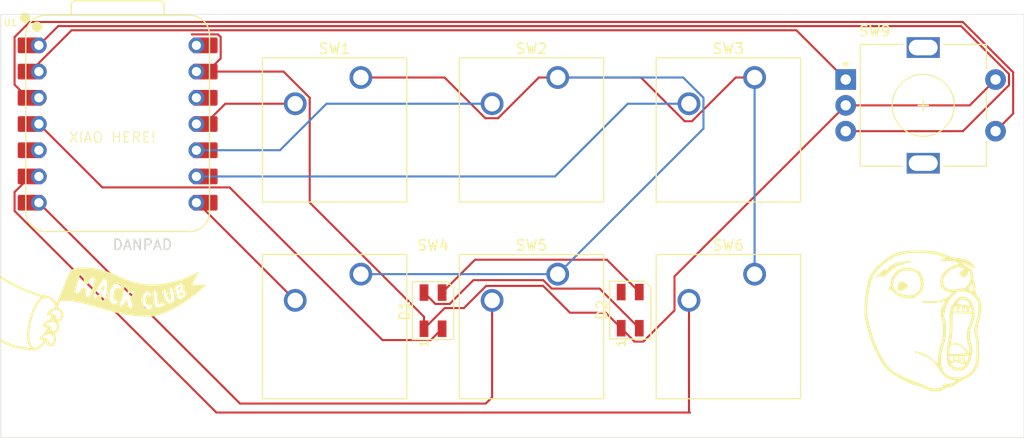
<source format=kicad_pcb>
(kicad_pcb (version 20241229) (generator "pcbnew") (generator_version "9.0")
  (layers (0 "F.Cu" signal) (2 "B.Cu" signal) (13 "F.Paste" user) (15 "B.Paste" user) (5 "F.SilkS" user "F.Silkscreen") (7 "B.SilkS" user "B.Silkscreen") (1 "F.Mask" user) (3 "B.Mask" user) (25 "Edge.Cuts" user))
  (net 0 "")
  (net 1 "Net-(U1-GPIO1{slash}RX)")
  (net 2 "GND")
  (net 3 "Net-(U1-GPIO2{slash}SCK)")
  (net 4 "Net-(U1-GPIO4{slash}MISO)")
  (net 5 "Net-(U1-GPIO3{slash}MOSI)")
  (net 6 "+5V")
  (net 8 "Net-(U1-GPIO0{slash}TX)")
  (net 9 "Net-(U1-GPIO7{slash}SCL)")
  (net 10 "Net-(D1-DIN)")
  (net 11 "Net-(D1-DOUT)")
  (net 14 "Net-(U1-GPIO27{slash}ADC1{slash}A1)")
  (net 15 "Net-(SW1-Pad1)")
  (net 16 "Net-(U1-GPIO26{slash}ADC0{slash}A0)")
  (net 17 "Net-(U1-GPIO28{slash}ADC2{slash}A2)")
  (footprint "Button_Switch_Keyboard:SW_Cherry_MX_1.00u_PCB" (layer "F.Cu") (at 108.615 21.11375)
    (property "Reference" "SW3" (at -2.54 -2.794 0) (layer "F.SilkS"))
    (property "Value" "SW_Push")
    (pad "" np_thru_hole circle (at -7.62 5.08) (size 1.7 1.7) (drill 1.7) (layers "*.Cu" "*.Mask"))
    (pad "" np_thru_hole circle (at -2.54 5.08) (size 4 4) (drill 4) (layers "*.Cu" "*.Mask"))
    (pad "" np_thru_hole circle (at 2.54 5.08) (size 1.7 1.7) (drill 1.7) (layers "*.Cu" "*.Mask"))
    (pad "1" thru_hole circle (at 0 0) (size 2.2 2.2) (drill 1.5) (layers "*.Cu" "*.Mask") (net 15 "Net-(SW1-Pad1)"))
    (pad "2" thru_hole circle (at -6.35 2.54) (size 2.2 2.2) (drill 1.5) (layers "*.Cu" "*.Mask") (net 3 "Net-(U1-GPIO2{slash}SCK)"))
  )
  (footprint "Button_Switch_Keyboard:SW_Cherry_MX_1.00u_PCB" (layer "F.Cu") (at 108.615 40.16375)
    (property "Reference" "SW6" (at -2.54 -2.794 0) (layer "F.SilkS"))
    (property "Value" "SW_Push")
    (pad "" np_thru_hole circle (at -7.62 5.08) (size 1.7 1.7) (drill 1.7) (layers "*.Cu" "*.Mask"))
    (pad "" np_thru_hole circle (at -2.54 5.08) (size 4 4) (drill 4) (layers "*.Cu" "*.Mask"))
    (pad "" np_thru_hole circle (at 2.54 5.08) (size 1.7 1.7) (drill 1.7) (layers "*.Cu" "*.Mask"))
    (pad "1" thru_hole circle (at 0 0) (size 2.2 2.2) (drill 1.5) (layers "*.Cu" "*.Mask") (net 15 "Net-(SW1-Pad1)"))
    (pad "2" thru_hole circle (at -6.35 2.54) (size 2.2 2.2) (drill 1.5) (layers "*.Cu" "*.Mask") (net 9 "Net-(U1-GPIO7{slash}SCL)"))
  )
  (footprint "Seeed Studio XIAO Series Library:XIAO-RP2040-DIP" (layer "F.Cu") (at 46.98 25.62)
    (property "Reference" "U1" (at -10.38 -9.82 0) (layer "F.SilkS") (effects (font (size 0.635 0.635) (thickness 0.1016))))
    (property "Value" "XIAO-RP2040-DIP")
    (pad "1" smd roundrect (at -8.455 -7.62 180) (size 2.432 1.524) (layers "F.Cu" "F.Mask") (roundrect_rratio 0.1) (net 16 "Net-(U1-GPIO26{slash}ADC0{slash}A0)"))
    (pad "1" thru_hole circle (at -7.62 -7.62 180) (size 1.524 1.524) (drill 0.889) (layers "*.Cu" "*.Mask") (net 16 "Net-(U1-GPIO26{slash}ADC0{slash}A0)"))
    (pad "2" smd roundrect (at -8.455 -5.08 180) (size 2.432 1.524) (layers "F.Cu" "F.Mask") (roundrect_rratio 0.1) (net 14 "Net-(U1-GPIO27{slash}ADC1{slash}A1)"))
    (pad "2" thru_hole circle (at -7.62 -5.08 180) (size 1.524 1.524) (drill 0.889) (layers "*.Cu" "*.Mask") (net 14 "Net-(U1-GPIO27{slash}ADC1{slash}A1)"))
    (pad "3" smd roundrect (at -8.455 -2.54 180) (size 2.432 1.524) (layers "F.Cu" "F.Mask") (roundrect_rratio 0.1) (net 17 "Net-(U1-GPIO28{slash}ADC2{slash}A2)"))
    (pad "3" thru_hole circle (at -7.62 -2.54 180) (size 1.524 1.524) (drill 0.889) (layers "*.Cu" "*.Mask") (net 17 "Net-(U1-GPIO28{slash}ADC2{slash}A2)"))
    (pad "4" smd roundrect (at -8.455 0 180) (size 2.432 1.524) (layers "F.Cu" "F.Mask") (roundrect_rratio 0.1) (net 10 "Net-(D1-DIN)"))
    (pad "4" thru_hole circle (at -7.62 0 180) (size 1.524 1.524) (drill 0.889) (layers "*.Cu" "*.Mask") (net 10 "Net-(D1-DIN)"))
    (pad "5" smd roundrect (at -8.455 2.54 180) (size 2.432 1.524) (layers "F.Cu" "F.Mask") (roundrect_rratio 0.1))
    (pad "5" thru_hole circle (at -7.62 2.54 180) (size 1.524 1.524) (drill 0.889) (layers "*.Cu" "*.Mask"))
    (pad "6" smd roundrect (at -8.455 5.08 180) (size 2.432 1.524) (layers "F.Cu" "F.Mask") (roundrect_rratio 0.1) (net 9 "Net-(U1-GPIO7{slash}SCL)"))
    (pad "6" thru_hole circle (at -7.62 5.08 180) (size 1.524 1.524) (drill 0.889) (layers "*.Cu" "*.Mask") (net 9 "Net-(U1-GPIO7{slash}SCL)"))
    (pad "7" smd roundrect (at -8.455 7.62 180) (size 2.432 1.524) (layers "F.Cu" "F.Mask") (roundrect_rratio 0.1) (net 8 "Net-(U1-GPIO0{slash}TX)"))
    (pad "7" thru_hole circle (at -7.62 7.62 180) (size 1.524 1.524) (drill 0.889) (layers "*.Cu" "*.Mask") (net 8 "Net-(U1-GPIO0{slash}TX)"))
    (pad "8" thru_hole circle (at 7.62 7.62) (size 1.524 1.524) (drill 0.889) (layers "*.Cu" "*.Mask") (net 1 "Net-(U1-GPIO1{slash}RX)"))
    (pad "8" smd roundrect (at 8.455 7.62) (size 2.432 1.524) (layers "F.Cu" "F.Mask") (roundrect_rratio 0.1) (net 1 "Net-(U1-GPIO1{slash}RX)"))
    (pad "9" thru_hole circle (at 7.62 5.08) (size 1.524 1.524) (drill 0.889) (layers "*.Cu" "*.Mask") (net 3 "Net-(U1-GPIO2{slash}SCK)"))
    (pad "9" smd roundrect (at 8.455 5.08) (size 2.432 1.524) (layers "F.Cu" "F.Mask") (roundrect_rratio 0.1) (net 3 "Net-(U1-GPIO2{slash}SCK)"))
    (pad "10" thru_hole circle (at 7.62 2.54) (size 1.524 1.524) (drill 0.889) (layers "*.Cu" "*.Mask") (net 4 "Net-(U1-GPIO4{slash}MISO)"))
    (pad "10" smd roundrect (at 8.455 2.54) (size 2.432 1.524) (layers "F.Cu" "F.Mask") (roundrect_rratio 0.1) (net 4 "Net-(U1-GPIO4{slash}MISO)"))
    (pad "11" thru_hole circle (at 7.62 0) (size 1.524 1.524) (drill 0.889) (layers "*.Cu" "*.Mask") (net 5 "Net-(U1-GPIO3{slash}MOSI)"))
    (pad "11" smd roundrect (at 8.455 0) (size 2.432 1.524) (layers "F.Cu" "F.Mask") (roundrect_rratio 0.1) (net 5 "Net-(U1-GPIO3{slash}MOSI)"))
    (pad "12" thru_hole circle (at 7.62 -2.54) (size 1.524 1.524) (drill 0.889) (layers "*.Cu" "*.Mask"))
    (pad "12" smd roundrect (at 8.455 -2.54) (size 2.432 1.524) (layers "F.Cu" "F.Mask") (roundrect_rratio 0.1))
    (pad "13" thru_hole circle (at 7.62 -5.08) (size 1.524 1.524) (drill 0.889) (layers "*.Cu" "*.Mask") (net 2 "GND"))
    (pad "13" smd roundrect (at 8.455 -5.08) (size 2.432 1.524) (layers "F.Cu" "F.Mask") (roundrect_rratio 0.1) (net 2 "GND"))
    (pad "14" thru_hole circle (at 7.62 -7.62) (size 1.524 1.524) (drill 0.889) (layers "*.Cu" "*.Mask") (net 6 "+5V"))
    (pad "14" smd roundrect (at 8.455 -7.62) (size 2.432 1.524) (layers "F.Cu" "F.Mask") (roundrect_rratio 0.1) (net 6 "+5V"))
  )
  (footprint "Button_Switch_Keyboard:SW_Cherry_MX_1.00u_PCB" (layer "F.Cu") (at 70.515 40.16375)
    (property "Reference" "SW4" (at 6.985 -2.794 0) (layer "F.SilkS"))
    (property "Value" "SW_Push")
    (pad "" np_thru_hole circle (at -7.62 5.08) (size 1.7 1.7) (drill 1.7) (layers "*.Cu" "*.Mask"))
    (pad "" np_thru_hole circle (at -2.54 5.08) (size 4 4) (drill 4) (layers "*.Cu" "*.Mask"))
    (pad "" np_thru_hole circle (at 2.54 5.08) (size 1.7 1.7) (drill 1.7) (layers "*.Cu" "*.Mask"))
    (pad "1" thru_hole circle (at 0 0) (size 2.2 2.2) (drill 1.5) (layers "*.Cu" "*.Mask") (net 15 "Net-(SW1-Pad1)"))
    (pad "2" thru_hole circle (at -6.35 2.54) (size 2.2 2.2) (drill 1.5) (layers "*.Cu" "*.Mask") (net 1 "Net-(U1-GPIO1{slash}RX)"))
  )
  (footprint "LOGO" (layer "F.Cu") (at 45.6 43.5)
    (property "Reference" "G***" (hide yes))
    (property "Value" "LOGO" (hide yes))
  )
  (footprint "Rotary_Encoder:RotaryEncoder_Alps_EC11E-Switch_Vertical_H20mm" (layer "F.Cu") (at 117.43125 21.3125)
    (property "Reference" "SW9" (at 2.8 -4.7 0) (layer "F.SilkS"))
    (property "Value" "RotaryEncoder_Switch")
    (pad "A" thru_hole rect (at 0 0) (size 2 2) (drill 1) (layers "*.Cu" "*.Mask") (net 14 "Net-(U1-GPIO27{slash}ADC1{slash}A1)"))
    (pad "B" thru_hole circle (at 0 5) (size 2 2) (drill 1) (layers "*.Cu" "*.Mask") (net 16 "Net-(U1-GPIO26{slash}ADC0{slash}A0)"))
    (pad "C" thru_hole circle (at 0 2.5) (size 2 2) (drill 1) (layers "*.Cu" "*.Mask") (net 2 "GND"))
    (pad "MP" thru_hole rect (at 7.5 -3.1) (size 3.2 2) (drill oval 2.8 1.5) (layers "*.Cu" "*.Mask"))
    (pad "MP" thru_hole rect (at 7.5 8.1) (size 3.2 2) (drill oval 2.8 1.5) (layers "*.Cu" "*.Mask"))
    (pad "S1" thru_hole circle (at 14.5 5) (size 2 2) (drill 1) (layers "*.Cu" "*.Mask") (net 17 "Net-(U1-GPIO28{slash}ADC2{slash}A2)"))
    (pad "S2" thru_hole circle (at 14.5 0) (size 2 2) (drill 1) (layers "*.Cu" "*.Mask") (net 2 "GND"))
  )
  (footprint "Button_Switch_Keyboard:SW_Cherry_MX_1.00u_PCB" (layer "F.Cu") (at 70.515 21.11375)
    (property "Reference" "SW1" (at -2.54 -2.794 0) (layer "F.SilkS"))
    (property "Value" "SW_Push")
    (pad "" np_thru_hole circle (at -7.62 5.08) (size 1.7 1.7) (drill 1.7) (layers "*.Cu" "*.Mask"))
    (pad "" np_thru_hole circle (at -2.54 5.08) (size 4 4) (drill 4) (layers "*.Cu" "*.Mask"))
    (pad "" np_thru_hole circle (at 2.54 5.08) (size 1.7 1.7) (drill 1.7) (layers "*.Cu" "*.Mask"))
    (pad "1" thru_hole circle (at 0 0) (size 2.2 2.2) (drill 1.5) (layers "*.Cu" "*.Mask") (net 15 "Net-(SW1-Pad1)"))
    (pad "2" thru_hole circle (at -6.35 2.54) (size 2.2 2.2) (drill 1.5) (layers "*.Cu" "*.Mask") (net 5 "Net-(U1-GPIO3{slash}MOSI)"))
  )
  (footprint "LED_SMD:LED_SK6812MINI_PLCC4_3.5x3.5mm_P1.75mm" (layer "F.Cu") (at 77.5 43.7 90)
    (property "Reference" "D1" (at 0 -2.75 90) (layer "F.SilkS"))
    (property "Value" "SK6812")
    (fp_text user "1" (at -3.2 -0.875 90) (layer "F.SilkS") (effects (font (size 0.8 0.8))))
    (pad "1" smd rect (at -1.75 -0.875 90) (size 1.6 0.85) (layers "F.Cu" "F.Mask" "F.Paste") (net 2 "GND"))
    (pad "2" smd rect (at -1.75 0.875 90) (size 1.6 0.85) (layers "F.Cu" "F.Mask" "F.Paste") (net 10 "Net-(D1-DIN)"))
    (pad "3" smd rect (at 1.75 0.875 90) (size 1.6 0.85) (layers "F.Cu" "F.Mask" "F.Paste") (net 6 "+5V"))
    (pad "4" smd rect (at 1.75 -0.875 90) (size 1.6 0.85) (layers "F.Cu" "F.Mask" "F.Paste") (net 11 "Net-(D1-DOUT)"))
  )
  (footprint "LOGO" (layer "F.Cu") (at 124.669887 44.700344)
    (property "Reference" "G***" (hide yes))
    (property "Value" "LOGO" (hide yes))
  )
  (footprint "Button_Switch_Keyboard:SW_Cherry_MX_1.00u_PCB" (layer "F.Cu") (at 89.565 21.11375)
    (property "Reference" "SW2" (at -2.54 -2.794 0) (layer "F.SilkS"))
    (property "Value" "SW_Push")
    (pad "" np_thru_hole circle (at -7.62 5.08) (size 1.7 1.7) (drill 1.7) (layers "*.Cu" "*.Mask"))
    (pad "" np_thru_hole circle (at -2.54 5.08) (size 4 4) (drill 4) (layers "*.Cu" "*.Mask"))
    (pad "" np_thru_hole circle (at 2.54 5.08) (size 1.7 1.7) (drill 1.7) (layers "*.Cu" "*.Mask"))
    (pad "1" thru_hole circle (at 0 0) (size 2.2 2.2) (drill 1.5) (layers "*.Cu" "*.Mask") (net 15 "Net-(SW1-Pad1)"))
    (pad "2" thru_hole circle (at -6.35 2.54) (size 2.2 2.2) (drill 1.5) (layers "*.Cu" "*.Mask") (net 4 "Net-(U1-GPIO4{slash}MISO)"))
  )
  (footprint "Button_Switch_Keyboard:SW_Cherry_MX_1.00u_PCB" (layer "F.Cu") (at 89.565 40.16375)
    (property "Reference" "SW5" (at -2.54 -2.794 0) (layer "F.SilkS"))
    (property "Value" "SW_Push")
    (pad "" np_thru_hole circle (at -7.62 5.08) (size 1.7 1.7) (drill 1.7) (layers "*.Cu" "*.Mask"))
    (pad "" np_thru_hole circle (at -2.54 5.08) (size 4 4) (drill 4) (layers "*.Cu" "*.Mask"))
    (pad "" np_thru_hole circle (at 2.54 5.08) (size 1.7 1.7) (drill 1.7) (layers "*.Cu" "*.Mask"))
    (pad "1" thru_hole circle (at 0 0) (size 2.2 2.2) (drill 1.5) (layers "*.Cu" "*.Mask") (net 15 "Net-(SW1-Pad1)"))
    (pad "2" thru_hole circle (at -6.35 2.54) (size 2.2 2.2) (drill 1.5) (layers "*.Cu" "*.Mask") (net 8 "Net-(U1-GPIO0{slash}TX)"))
  )
  (footprint "LED_SMD:LED_SK6812MINI_PLCC4_3.5x3.5mm_P1.75mm" (layer "F.Cu") (at 96.58 43.65 90)
    (property "Reference" "D2" (at 0 -2.75 90) (layer "F.SilkS"))
    (property "Value" "SK6812")
    (fp_text user "1" (at -3.2 -0.875 90) (layer "F.SilkS") (effects (font (size 0.8 0.8))))
    (pad "1" smd rect (at -1.75 -0.875 90) (size 1.6 0.85) (layers "F.Cu" "F.Mask" "F.Paste") (net 2 "GND"))
    (pad "2" smd rect (at -1.75 0.875 90) (size 1.6 0.85) (layers "F.Cu" "F.Mask" "F.Paste") (net 11 "Net-(D1-DOUT)"))
    (pad "3" smd rect (at 1.75 0.875 90) (size 1.6 0.85) (layers "F.Cu" "F.Mask" "F.Paste") (net 6 "+5V"))
    (pad "4" smd rect (at 1.75 -0.875 90) (size 1.6 0.85) (layers "F.Cu" "F.Mask" "F.Paste"))
  )
  (gr_rect (start 35.68125 15) (end 134.68125 56) (stroke (width 0.05)) (fill no) (layer "Edge.Cuts"))
  (gr_text "XIAO HERE!" (at 42.18125 27.5 0) (layer "F.SilkS") (effects (font (size 1 1) (thickness 0.1)) (justify left bottom)))
  (gr_text "DANPAD" (at 46.4 37.9 0) (layer "Edge.Cuts") (effects (font (size 1 1)) (justify left bottom)))
  (segment (start 64.165 42.70375) (end 54.70125 33.24) (width 0.2) (layer "F.Cu") (net 1))
  (segment (start 54.70125 33.24) (end 54.6 33.24) (width 0.2) (layer "F.Cu") (net 1))
  (segment (start 78.623 43.452) (end 80.485436 43.452) (width 0.2) (layer "F.Cu") (net 2))
  (segment (start 54.15969 16.937) (end 56.690626 16.937) (width 0.2) (layer "F.Cu") (net 2))
  (segment (start 97.005 46.7) (end 97.84028 46.7) (width 0.2) (layer "F.Cu") (net 2))
  (segment (start 129.43125 23.8125) (end 131.93125 21.3125) (width 0.2) (layer "F.Cu") (net 2))
  (segment (start 80.485436 43.452) (end 82.634686 41.30275) (width 0.2) (layer "F.Cu") (net 2))
  (segment (start 63.032564 20.54) (end 55.435 20.54) (width 0.2) (layer "F.Cu") (net 2))
  (segment (start 117.43125 23.8125) (end 129.43125 23.8125) (width 0.2) (layer "F.Cu") (net 2))
  (segment (start 95.705 45.4) (end 97.005 46.7) (width 0.2) (layer "F.Cu") (net 2))
  (segment (start 100.864 43.67628) (end 100.864 40.37975) (width 0.2) (layer "F.Cu") (net 2))
  (segment (start 56.952 19.26563) (end 55.67763 20.54) (width 0.2) (layer "F.Cu") (net 2))
  (segment (start 55.67763 20.54) (end 54.6 20.54) (width 0.2) (layer "F.Cu") (net 2))
  (segment (start 56.952 17.198374) (end 56.952 19.26563) (width 0.2) (layer "F.Cu") (net 2))
  (segment (start 76.625 44.292436) (end 65.566 33.233436) (width 0.2) (layer "F.Cu") (net 2))
  (segment (start 94.205 43.9) (end 95.705 45.4) (width 0.2) (layer "F.Cu") (net 2))
  (segment (start 56.690626 16.937) (end 56.952 17.198374) (width 0.2) (layer "F.Cu") (net 2))
  (segment (start 76.625 45.45) (end 78.623 43.452) (width 0.2) (layer "F.Cu") (net 2))
  (segment (start 65.566 23.073436) (end 63.032564 20.54) (width 0.2) (layer "F.Cu") (net 2))
  (segment (start 90.752836 43.9) (end 94.205 43.9) (width 0.2) (layer "F.Cu") (net 2))
  (segment (start 100.864 40.37975) (end 117.43125 23.8125) (width 0.2) (layer "F.Cu") (net 2))
  (segment (start 82.634686 41.30275) (end 88.155586 41.30275) (width 0.2) (layer "F.Cu") (net 2))
  (segment (start 76.625 45.45) (end 76.625 44.292436) (width 0.2) (layer "F.Cu") (net 2))
  (segment (start 88.155586 41.30275) (end 90.752836 43.9) (width 0.2) (layer "F.Cu") (net 2))
  (segment (start 65.566 33.233436) (end 65.566 23.073436) (width 0.2) (layer "F.Cu") (net 2))
  (segment (start 97.84028 46.7) (end 100.864 43.67628) (width 0.2) (layer "F.Cu") (net 2))
  (segment (start 89.29722 30.7) (end 54.6 30.7) (width 0.2) (layer "B.Cu") (net 3))
  (segment (start 102.265 23.65375) (end 96.34347 23.65375) (width 0.2) (layer "B.Cu") (net 3))
  (segment (start 96.34347 23.65375) (end 89.29722 30.7) (width 0.2) (layer "B.Cu") (net 3))
  (segment (start 67.190184 23.65375) (end 62.683934 28.16) (width 0.2) (layer "B.Cu") (net 4))
  (segment (start 62.683934 28.16) (end 54.6 28.16) (width 0.2) (layer "B.Cu") (net 4))
  (segment (start 83.215 23.65375) (end 67.190184 23.65375) (width 0.2) (layer "B.Cu") (net 4))
  (segment (start 64.165 23.65375) (end 57.40125 23.65375) (width 0.2) (layer "F.Cu") (net 5))
  (segment (start 57.40125 23.65375) (end 55.435 25.62) (width 0.2) (layer "F.Cu") (net 5))
  (segment (start 81.56225 38.76275) (end 78.375 41.95) (width 0.2) (layer "F.Cu") (net 6))
  (segment (start 55.06959 18) (end 55.435 18) (width 0.2) (layer "F.Cu") (net 6))
  (segment (start 97.455 41.9) (end 94.31775 38.76275) (width 0.2) (layer "F.Cu") (net 6))
  (segment (start 94.31775 38.76275) (end 81.56225 38.76275) (width 0.2) (layer "F.Cu") (net 6))
  (segment (start 83.215 42.70375) (end 83.215 52.085) (width 0.2) (layer "F.Cu") (net 8))
  (segment (start 82.6 52.7) (end 58.82 52.7) (width 0.2) (layer "F.Cu") (net 8))
  (segment (start 58.82 52.7) (end 39.36 33.24) (width 0.2) (layer "F.Cu") (net 8))
  (segment (start 83.215 52.085) (end 82.6 52.7) (width 0.2) (layer "F.Cu") (net 8))
  (segment (start 56.536374 53.57) (end 37.008 34.041626) (width 0.2) (layer "F.Cu") (net 9))
  (segment (start 37.008 34.041626) (end 37.008 32.217) (width 0.2) (layer "F.Cu") (net 9))
  (segment (start 102.265 53.485) (end 102.35 53.57) (width 0.2) (layer "F.Cu") (net 9))
  (segment (start 37.008 32.217) (end 38.525 30.7) (width 0.2) (layer "F.Cu") (net 9))
  (segment (start 102.265 42.70375) (end 102.265 53.485) (width 0.2) (layer "F.Cu") (net 9))
  (segment (start 102.35 53.57) (end 56.536374 53.57) (width 0.2) (layer "F.Cu") (net 9))
  (segment (start 72.607066 46.551) (end 57.819066 31.763) (width 0.2) (layer "F.Cu") (net 10))
  (segment (start 45.503 31.763) (end 39.36 25.62) (width 0.2) (layer "F.Cu") (net 10))
  (segment (start 77.274 46.551) (end 72.607066 46.551) (width 0.2) (layer "F.Cu") (net 10))
  (segment (start 57.819066 31.763) (end 45.503 31.763) (width 0.2) (layer "F.Cu") (net 10))
  (segment (start 78.375 45.45) (end 77.274 46.551) (width 0.2) (layer "F.Cu") (net 10))
  (segment (start 38.28237 25.62) (end 39.36 25.62) (width 0.2) (layer "F.Cu") (net 10))
  (segment (start 81.407936 40.744064) (end 88.164 40.744064) (width 0.2) (layer "F.Cu") (net 11))
  (segment (start 79.101 43.051) (end 81.407936 40.744064) (width 0.2) (layer "F.Cu") (net 11))
  (segment (start 76.625 41.95) (end 77.726 43.051) (width 0.2) (layer "F.Cu") (net 11))
  (segment (start 77.726 43.051) (end 79.101 43.051) (width 0.2) (layer "F.Cu") (net 11))
  (segment (start 88.164 40.744064) (end 88.984686 41.56475) (width 0.2) (layer "F.Cu") (net 11))
  (segment (start 88.984686 41.56475) (end 93.61975 41.56475) (width 0.2) (layer "F.Cu") (net 11))
  (segment (start 93.61975 41.56475) (end 97.455 45.4) (width 0.2) (layer "F.Cu") (net 11))
  (segment (start 112.65475 16.536) (end 42.529 16.536) (width 0.2) (layer "F.Cu") (net 14))
  (segment (start 117.43125 21.3125) (end 112.65475 16.536) (width 0.2) (layer "F.Cu") (net 14))
  (segment (start 42.529 16.536) (end 38.525 20.54) (width 0.2) (layer "F.Cu") (net 14))
  (segment (start 97.61347 21.11375) (end 89.565 21.11375) (width 0.2) (layer "F.Cu") (net 15))
  (segment (start 82.55475 25.05475) (end 78.61375 21.11375) (width 0.2) (layer "F.Cu") (net 15))
  (segment (start 106.786314 21.11375) (end 102.549924 25.35014) (width 0.2) (layer "F.Cu") (net 15))
  (segment (start 102.549924 25.35014) (end 101.84986 25.35014) (width 0.2) (layer "F.Cu") (net 15))
  (segment (start 108.615 21.11375) (end 106.786314 21.11375) (width 0.2) (layer "F.Cu") (net 15))
  (segment (start 101.84986 25.35014) (end 97.61347 21.11375) (width 0.2) (layer "F.Cu") (net 15))
  (segment (start 87.736314 21.11375) (end 83.795314 25.05475) (width 0.2) (layer "F.Cu") (net 15))
  (segment (start 89.565 21.11375) (end 87.736314 21.11375) (width 0.2) (layer "F.Cu") (net 15))
  (segment (start 78.61375 21.11375) (end 70.515 21.11375) (width 0.2) (layer "F.Cu") (net 15))
  (segment (start 83.795314 25.05475) (end 82.55475 25.05475) (width 0.2) (layer "F.Cu") (net 15))
  (segment (start 89.565 21.11375) (end 101.706314 21.11375) (width 0.2) (layer "B.Cu") (net 15))
  (segment (start 89.565 40.16375) (end 70.515 40.16375) (width 0.2) (layer "B.Cu") (net 15))
  (segment (start 101.706314 21.11375) (end 103.666 23.073436) (width 0.2) (layer "B.Cu") (net 15))
  (segment (start 103.666 26.06275) (end 89.565 40.16375) (width 0.2) (layer "B.Cu") (net 15))
  (segment (start 108.615 21.11375) (end 108.615 40.16375) (width 0.2) (layer "B.Cu") (net 15))
  (segment (start 103.666 23.073436) (end 103.666 26.06275) (width 0.2) (layer "B.Cu") (net 15))
  (segment (start 41.225 16.135) (end 39.36 18) (width 0.2) (layer "F.Cu") (net 16))
  (segment (start 128.771142 26.3125) (end 133.23225 21.851392) (width 0.2) (layer "F.Cu") (net 16))
  (segment (start 133.23225 21.851392) (end 133.23225 20.773608) (width 0.2) (layer "F.Cu") (net 16))
  (segment (start 128.593642 16.135) (end 41.225 16.135) (width 0.2) (layer "F.Cu") (net 16))
  (segment (start 117.43125 26.3125) (end 128.771142 26.3125) (width 0.2) (layer "F.Cu") (net 16))
  (segment (start 133.23225 20.773608) (end 128.593642 16.135) (width 0.2) (layer "F.Cu") (net 16))
  (segment (start 133.63325 24.6105) (end 133.63325 20.607508) (width 0.2) (layer "F.Cu") (net 17))
  (segment (start 38.472374 15.734) (end 37.008 17.198374) (width 0.2) (layer "F.Cu") (net 17))
  (segment (start 131.93125 26.3125) (end 133.63325 24.6105) (width 0.2) (layer "F.Cu") (net 17))
  (segment (start 37.008 21.80563) (end 38.28237 23.08) (width 0.2) (layer "F.Cu") (net 17))
  (segment (start 38.28237 23.08) (end 39.36 23.08) (width 0.2) (layer "F.Cu") (net 17))
  (segment (start 37.008 17.198374) (end 37.008 21.80563) (width 0.2) (layer "F.Cu") (net 17))
  (segment (start 133.63325 20.607508) (end 128.759742 15.734) (width 0.2) (layer "F.Cu") (net 17))
  (segment (start 128.759742 15.734) (end 38.472374 15.734) (width 0.2) (layer "F.Cu") (net 17))
)
</source>
